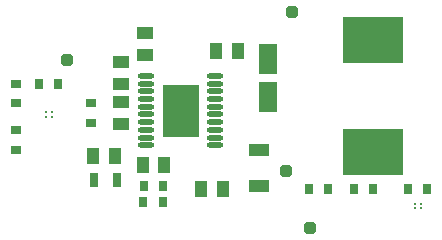
<source format=gtp>
G04*
G04 #@! TF.GenerationSoftware,Altium Limited,Altium Designer,20.2.4 (192)*
G04*
G04 Layer_Color=8421504*
%FSLAX25Y25*%
%MOIN*%
G70*
G04*
G04 #@! TF.SameCoordinates,55D3972F-6CA8-4F6D-9BD0-9A26AD12B5B1*
G04*
G04*
G04 #@! TF.FilePolarity,Positive*
G04*
G01*
G75*
%ADD14R,0.06890X0.04331*%
G04:AMPARAMS|DCode=15|XSize=39.37mil|YSize=39.37mil|CornerRadius=9.84mil|HoleSize=0mil|Usage=FLASHONLY|Rotation=90.000|XOffset=0mil|YOffset=0mil|HoleType=Round|Shape=RoundedRectangle|*
%AMROUNDEDRECTD15*
21,1,0.03937,0.01968,0,0,90.0*
21,1,0.01968,0.03937,0,0,90.0*
1,1,0.01968,0.00984,0.00984*
1,1,0.01968,0.00984,-0.00984*
1,1,0.01968,-0.00984,-0.00984*
1,1,0.01968,-0.00984,0.00984*
%
%ADD15ROUNDEDRECTD15*%
%ADD16R,0.03347X0.02756*%
%ADD17R,0.02756X0.03347*%
%ADD18R,0.03937X0.05315*%
%ADD19R,0.02953X0.04921*%
%ADD20R,0.05315X0.03937*%
%ADD21R,0.12402X0.17717*%
%ADD22O,0.05512X0.01772*%
%ADD23R,0.06299X0.09843*%
%ADD24R,0.01000X0.01000*%
%ADD25R,0.20079X0.15748*%
D14*
X428000Y305996D02*
D03*
Y318004D02*
D03*
D15*
X445000Y292000D02*
D03*
X439000Y364000D02*
D03*
X437000Y311000D02*
D03*
X364000Y348000D02*
D03*
D16*
X347000Y324496D02*
D03*
Y318000D02*
D03*
X372000Y327000D02*
D03*
Y333496D02*
D03*
X347000Y333504D02*
D03*
Y340000D02*
D03*
D17*
X361248D02*
D03*
X354752D02*
D03*
X389504Y300504D02*
D03*
X396000D02*
D03*
X389752Y306000D02*
D03*
X396248D02*
D03*
X451248Y305000D02*
D03*
X444752D02*
D03*
X459752D02*
D03*
X466248D02*
D03*
X484248Y305000D02*
D03*
X477752D02*
D03*
D18*
X380000Y316000D02*
D03*
X372716D02*
D03*
X389358Y313000D02*
D03*
X396642D02*
D03*
X416000Y305000D02*
D03*
X408717D02*
D03*
X413717Y351000D02*
D03*
X421000D02*
D03*
D19*
X373063Y308000D02*
D03*
X380937D02*
D03*
D20*
X382000Y326716D02*
D03*
Y334000D02*
D03*
Y347284D02*
D03*
Y340000D02*
D03*
X390000Y349716D02*
D03*
Y357000D02*
D03*
D21*
X402000Y331000D02*
D03*
D22*
X413614Y319484D02*
D03*
Y322043D02*
D03*
Y324602D02*
D03*
Y327162D02*
D03*
Y329721D02*
D03*
Y332280D02*
D03*
Y334839D02*
D03*
Y337398D02*
D03*
Y339957D02*
D03*
Y342516D02*
D03*
X390386Y319484D02*
D03*
Y322043D02*
D03*
Y324602D02*
D03*
Y327162D02*
D03*
Y329721D02*
D03*
Y332280D02*
D03*
Y334839D02*
D03*
Y337398D02*
D03*
Y339957D02*
D03*
Y342516D02*
D03*
D23*
X431000Y335701D02*
D03*
Y348299D02*
D03*
D24*
X357000Y330500D02*
D03*
Y329000D02*
D03*
X359000Y330500D02*
D03*
Y329000D02*
D03*
X480000Y298500D02*
D03*
Y300000D02*
D03*
X482000Y298500D02*
D03*
Y300000D02*
D03*
D25*
X466000Y317299D02*
D03*
Y354701D02*
D03*
M02*

</source>
